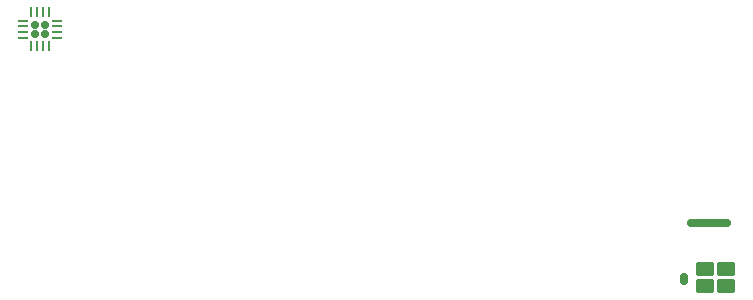
<source format=gbr>
%TF.GenerationSoftware,KiCad,Pcbnew,9.0.6*%
%TF.CreationDate,2026-01-17T19:33:41-06:00*%
%TF.ProjectId,MobileArkhamAsylum,4d6f6269-6c65-4417-926b-68616d417379,rev?*%
%TF.SameCoordinates,Original*%
%TF.FileFunction,Paste,Top*%
%TF.FilePolarity,Positive*%
%FSLAX46Y46*%
G04 Gerber Fmt 4.6, Leading zero omitted, Abs format (unit mm)*
G04 Created by KiCad (PCBNEW 9.0.6) date 2026-01-17 19:33:41*
%MOMM*%
%LPD*%
G01*
G04 APERTURE LIST*
G04 Aperture macros list*
%AMRoundRect*
0 Rectangle with rounded corners*
0 $1 Rounding radius*
0 $2 $3 $4 $5 $6 $7 $8 $9 X,Y pos of 4 corners*
0 Add a 4 corners polygon primitive as box body*
4,1,4,$2,$3,$4,$5,$6,$7,$8,$9,$2,$3,0*
0 Add four circle primitives for the rounded corners*
1,1,$1+$1,$2,$3*
1,1,$1+$1,$4,$5*
1,1,$1+$1,$6,$7*
1,1,$1+$1,$8,$9*
0 Add four rect primitives between the rounded corners*
20,1,$1+$1,$2,$3,$4,$5,0*
20,1,$1+$1,$4,$5,$6,$7,0*
20,1,$1+$1,$6,$7,$8,$9,0*
20,1,$1+$1,$8,$9,$2,$3,0*%
G04 Aperture macros list end*
%ADD10RoundRect,0.062500X-0.062500X-0.375000X0.062500X-0.375000X0.062500X0.375000X-0.062500X0.375000X0*%
%ADD11RoundRect,0.062500X-0.375000X-0.062500X0.375000X-0.062500X0.375000X0.062500X-0.375000X0.062500X0*%
%ADD12RoundRect,0.160000X-0.160000X-0.160000X0.160000X-0.160000X0.160000X0.160000X-0.160000X0.160000X0*%
%ADD13RoundRect,0.150000X-0.150000X-0.350000X0.150000X-0.350000X0.150000X0.350000X-0.150000X0.350000X0*%
%ADD14RoundRect,0.150000X-1.730000X-0.150000X1.730000X-0.150000X1.730000X0.150000X-1.730000X0.150000X0*%
%ADD15RoundRect,0.250000X-0.540000X-0.367500X0.540000X-0.367500X0.540000X0.367500X-0.540000X0.367500X0*%
G04 APERTURE END LIST*
D10*
%TO.C,U2*%
X108187500Y-99312500D03*
X108687500Y-99312500D03*
X109187500Y-99312500D03*
X109687500Y-99312500D03*
D11*
X110375000Y-100000000D03*
X110375000Y-100500000D03*
X110375000Y-101000000D03*
X110375000Y-101500000D03*
D10*
X109687500Y-102187500D03*
X109187500Y-102187500D03*
X108687500Y-102187500D03*
X108187500Y-102187500D03*
D11*
X107500000Y-101500000D03*
X107500000Y-101000000D03*
X107500000Y-100500000D03*
X107500000Y-100000000D03*
D12*
X109337500Y-101150000D03*
X109337500Y-100350000D03*
X108537500Y-101150000D03*
X108537500Y-100350000D03*
%TD*%
D13*
%TO.C,Q1*%
X163430000Y-121857500D03*
D14*
X165560000Y-117137500D03*
D15*
X167000000Y-122435000D03*
X167000000Y-121000000D03*
X165220000Y-122435000D03*
X165220000Y-121000000D03*
%TD*%
M02*

</source>
